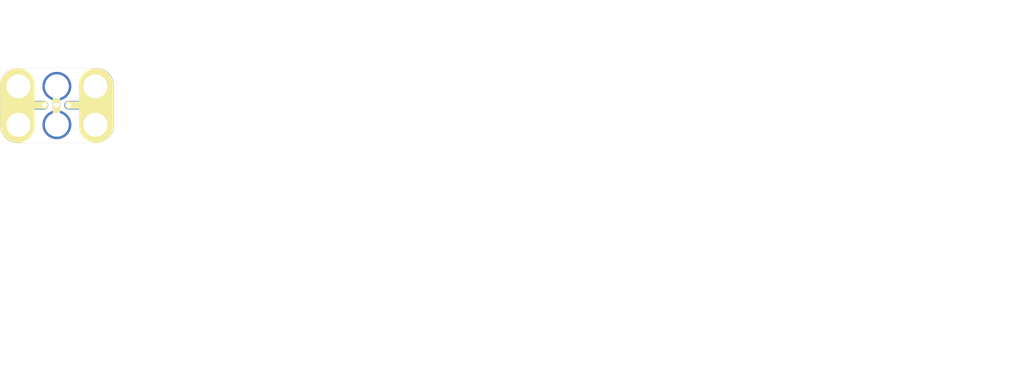
<source format=kicad_pcb>
(kicad_pcb (version 20171130) (host pcbnew 5.0.2-bee76a0~70~ubuntu16.04.1)

  (general
    (thickness 1.6)
    (drawings 1)
    (tracks 0)
    (zones 0)
    (modules 1)
    (nets 1)
  )

  (page USLetter)
  (title_block
    (title "2x3 Female Servo Header Module")
    (date "17 Apr 2019")
    (rev 1.0)
    (company "All rights reserved.")
    (comment 1 help@browndoggadgets.com)
    (comment 2 http://browndoggadgets.com/)
    (comment 3 "Brown Dog Gadgets")
  )

  (layers
    (0 F.Cu signal)
    (31 B.Cu signal)
    (34 B.Paste user)
    (35 F.Paste user)
    (36 B.SilkS user)
    (37 F.SilkS user)
    (38 B.Mask user)
    (39 F.Mask user)
    (40 Dwgs.User user)
    (44 Edge.Cuts user)
    (46 B.CrtYd user)
    (47 F.CrtYd user)
    (48 B.Fab user)
    (49 F.Fab user)
  )

  (setup
    (last_trace_width 0.254)
    (user_trace_width 0.1524)
    (user_trace_width 0.254)
    (user_trace_width 0.3302)
    (user_trace_width 0.508)
    (user_trace_width 0.762)
    (user_trace_width 1.27)
    (trace_clearance 0.254)
    (zone_clearance 0.508)
    (zone_45_only no)
    (trace_min 0.1524)
    (segment_width 0.1524)
    (edge_width 0.1524)
    (via_size 0.6858)
    (via_drill 0.3302)
    (via_min_size 0.6858)
    (via_min_drill 0.3302)
    (user_via 0.6858 0.3302)
    (user_via 0.762 0.4064)
    (user_via 0.8636 0.508)
    (uvia_size 0.6858)
    (uvia_drill 0.3302)
    (uvias_allowed no)
    (uvia_min_size 0)
    (uvia_min_drill 0)
    (pcb_text_width 0.1524)
    (pcb_text_size 1.016 1.016)
    (mod_edge_width 0.1524)
    (mod_text_size 1.016 1.016)
    (mod_text_width 0.1524)
    (pad_size 1.524 1.524)
    (pad_drill 0.762)
    (pad_to_mask_clearance 0.0762)
    (solder_mask_min_width 0.1016)
    (pad_to_paste_clearance -0.0762)
    (aux_axis_origin 0 0)
    (visible_elements FFFEDF7D)
    (pcbplotparams
      (layerselection 0x310fc_80000001)
      (usegerberextensions true)
      (usegerberattributes false)
      (usegerberadvancedattributes false)
      (creategerberjobfile false)
      (excludeedgelayer true)
      (linewidth 0.100000)
      (plotframeref false)
      (viasonmask false)
      (mode 1)
      (useauxorigin false)
      (hpglpennumber 1)
      (hpglpenspeed 20)
      (hpglpendiameter 15.000000)
      (psnegative false)
      (psa4output false)
      (plotreference true)
      (plotvalue true)
      (plotinvisibletext false)
      (padsonsilk false)
      (subtractmaskfromsilk false)
      (outputformat 1)
      (mirror false)
      (drillshape 0)
      (scaleselection 1)
      (outputdirectory "gerbers"))
  )

  (net 0 "")

  (net_class Default "This is the default net class."
    (clearance 0.254)
    (trace_width 0.254)
    (via_dia 0.6858)
    (via_drill 0.3302)
    (uvia_dia 0.6858)
    (uvia_drill 0.3302)
  )

  (module Crazy_Circuits:SERVO-2x3 (layer F.Cu) (tedit 5BA90CFF) (tstamp 5CB7BC14)
    (at 54.36616 55.55488)
    (descr "LED combined 2.5mm/5mm pitch round vertical")
    (tags "LED combined round vertical")
    (path /5CB7A53D)
    (fp_text reference J1 (at 4 3) (layer F.SilkS) hide
      (effects (font (size 0.8 0.8) (thickness 0.15)))
    )
    (fp_text value SERVO (at 4.27 -1.52 180) (layer F.Fab) hide
      (effects (font (size 1 1) (thickness 0.15)))
    )
    (fp_line (start -0.254 0.3048) (end -0.254 -8.2296) (layer B.Cu) (width 7))
    (fp_arc (start 8 -8) (end 6.3 -6.2) (angle 276.5356732) (layer B.Mask) (width 1))
    (fp_line (start 5.334 -4.064) (end 0 -4.064) (layer B.Cu) (width 1.778))
    (fp_text user %R (at 7.9 -4.1) (layer F.Fab)
      (effects (font (size 1 1) (thickness 0.15)))
    )
    (fp_line (start 4.1 -2.7) (end 4.1 -5.5) (layer F.Fab) (width 0.1))
    (fp_line (start 11.9 -2.7) (end 4.1 -2.7) (layer F.Fab) (width 0.1))
    (fp_line (start 11.9 -2.9) (end 11.9 -2.7) (layer F.Fab) (width 0.1))
    (fp_line (start 11.9 -5.5) (end 11.9 -2.9) (layer F.Fab) (width 0.1))
    (fp_line (start 4.1 -5.5) (end 11.9 -5.5) (layer F.Fab) (width 0.1))
    (fp_text user VCC (at 8.1 -7.1 90) (layer F.SilkS)
      (effects (font (size 1 1) (thickness 0.15)))
    )
    (fp_text user %R (at 7.9 -4.15) (layer F.Fab)
      (effects (font (size 1 1) (thickness 0.15)))
    )
    (fp_line (start 16 -11.8) (end 0.1 -11.8) (layer Edge.Cuts) (width 0.04064))
    (fp_line (start 16 3.8) (end 0.1 3.8) (layer Edge.Cuts) (width 0.04064))
    (fp_line (start -3.8 -0.1) (end -3.8 -7.9) (layer Edge.Cuts) (width 0.04064))
    (fp_arc (start 0.1 -0.1) (end 0.1 3.8) (angle 90) (layer Edge.Cuts) (width 0.04064))
    (fp_arc (start 0.1 -7.9) (end -3.8 -7.9) (angle 90) (layer Edge.Cuts) (width 0.04064))
    (fp_line (start 15.9 -11.8) (end 0.1 -11.8) (layer F.Fab) (width 0.04064))
    (fp_line (start 15.9 3.8) (end 0.1 3.8) (layer F.Fab) (width 0.04064))
    (fp_line (start -3.8 -0.1) (end -3.8 -7.9) (layer F.Fab) (width 0.04064))
    (fp_arc (start 0.1 -0.1) (end 0.1 3.8) (angle 90) (layer F.Fab) (width 0.04064))
    (fp_arc (start 0.1 -7.9) (end -3.8 -7.9) (angle 90) (layer F.Fab) (width 0.04064))
    (fp_line (start 7.9 0) (end 7.9 -8) (layer B.Cu) (width 1.5))
    (fp_line (start 16 -2.8) (end 16 -2.6) (layer F.Fab) (width 0.1))
    (fp_line (start 19.8 -0.1) (end 19.8 -7.9) (layer F.Fab) (width 0.04064))
    (fp_arc (start 15.9 -7.9) (end 15.9 -11.8) (angle 90) (layer F.Fab) (width 0.04064))
    (fp_arc (start 15.9 -0.1) (end 19.8 -0.1) (angle 90) (layer F.Fab) (width 0.04064))
    (fp_line (start 19.8 -0.1) (end 19.8 -7.9) (layer Edge.Cuts) (width 0.04064))
    (fp_arc (start 15.9 -7.9) (end 15.9 -11.8) (angle 90) (layer Edge.Cuts) (width 0.04064))
    (fp_arc (start 15.9 -0.1) (end 19.8 -0.1) (angle 90) (layer Edge.Cuts) (width 0.04064))
    (fp_line (start 7.9 0) (end 7.9 -8) (layer F.SilkS) (width 1.5))
    (fp_line (start 16 0.5) (end 16 -8.5) (layer B.Mask) (width 5))
    (fp_line (start 16.2052 0.2032) (end 16.2052 -8.1788) (layer F.SilkS) (width 7.2))
    (fp_line (start 16.3068 0.254) (end 16.3068 -8.2804) (layer B.Cu) (width 7))
    (fp_line (start 15.748 -4.064) (end 10.414 -4.064) (layer B.Cu) (width 1.778))
    (fp_line (start -0.15 -4.1) (end 5.375 -4.1) (layer F.SilkS) (width 1.5))
    (fp_line (start 10.55 -4.1) (end 16.075 -4.1) (layer F.SilkS) (width 1.5))
    (fp_arc (start 7.994805 -0.006169) (end 9.694805 -1.806169) (angle 276.5356732) (layer B.Mask) (width 1))
    (fp_arc (start 8 -8) (end 6.3 -6.2) (angle 276.5) (layer F.Mask) (width 1))
    (fp_arc (start 7.994805 -0.006169) (end 9.694805 -1.806169) (angle 276.5) (layer F.Mask) (width 1))
    (fp_line (start -0.2032 0.2032) (end -0.2032 -8.1788) (layer F.SilkS) (width 7.2))
    (fp_line (start -0.254 0.3048) (end -0.254 -8.2296) (layer B.Mask) (width 7))
    (fp_line (start 16.3068 0.254) (end 16.3068 -8.2804) (layer B.Mask) (width 7))
    (pad VCC thru_hole circle (at 7.94 -4.1) (size 1.6 1.6) (drill 1.00076) (layers *.Cu *.Mask F.SilkS))
    (pad GND thru_hole circle (at 0 0) (size 6 6) (drill 4.98) (layers *.Cu *.Mask))
    (pad GND thru_hole circle (at 0 -8) (size 6 6) (drill 4.98) (layers *.Cu *.Mask))
    (pad VCC thru_hole circle (at 8 -8) (size 6 6) (drill 4.98) (layers *.Cu))
    (pad VCC thru_hole circle (at 8 0) (size 6 6) (drill 4.98) (layers *.Cu))
    (pad GND thru_hole circle (at 5.4 -4.1) (size 1.6 1.6) (drill 1.00076) (layers *.Cu *.Mask F.SilkS))
    (pad SIG thru_hole circle (at 10.48 -4.1) (size 1.6 1.6) (drill 1.00076) (layers *.Cu *.Mask F.SilkS))
    (pad SIG thru_hole circle (at 16 -8) (size 6 6) (drill 4.98) (layers *.Cu *.Mask))
    (pad SIG thru_hole circle (at 16 0) (size 6 6) (drill 4.98) (layers *.Cu *.Mask))
  )

  (gr_text "FABRICATION NOTES\n\n1. THIS IS A 2 LAYER BOARD. \n2. EXTERNAL LAYERS SHALL HAVE 1 OZ COPPER.\n3. MATERIAL: FR4 AND 0.062 INCH +/- 10% THICK.\n4. BOARDS SHALL BE ROHS COMPLIANT. \n5. MANUFACTURE IN ACCORDANCE WITH IPC-6012 CLASS 2\n6. MASK: BOTH SIDES OF THE BOARD SHALL HAVE \n   SOLDER MASK (BLACK) OVER BARE COPPER. \n7. SILK: BOTH SIDES OF THE BOARD SHALL HAVE \n   WHITE SILKSCREEN. DO NOT PLACE SILK OVER BARE COPPER.\n8. FINISH: ENIG.\n9. MINIMUM TRACE WIDTH - 0.006 INCH.\n   MINIMUM SPACE - 0.006 INCH.\n   MINIMUM HOLE DIA - 0.013 INCH. \n10. MAX HOLE PLACEMENT TOLERANCE OF +/- 0.003 INCH.\n11. MAX HOLE DIAMETER TOLERANCE OF +/- 0.003 INCH AFTER PLATING.\n12. PANELIZING: V-SCORE ONLY. \n   DO NOT USE SUPPORT TABS OR MOUSEBITES." (at 120.3198 68.326) (layer Dwgs.User)
    (effects (font (size 2.54 2.54) (thickness 0.254)) (justify left))
  )

)

</source>
